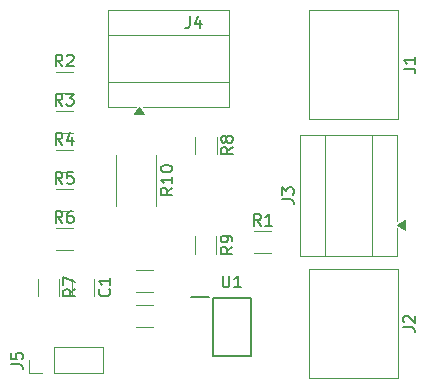
<source format=gbr>
%TF.GenerationSoftware,KiCad,Pcbnew,9.0.7*%
%TF.CreationDate,2026-02-04T19:30:04+05:00*%
%TF.ProjectId,HLT8012-Interface-board,484c5438-3031-4322-9d49-6e7465726661,rev?*%
%TF.SameCoordinates,Original*%
%TF.FileFunction,Legend,Top*%
%TF.FilePolarity,Positive*%
%FSLAX46Y46*%
G04 Gerber Fmt 4.6, Leading zero omitted, Abs format (unit mm)*
G04 Created by KiCad (PCBNEW 9.0.7) date 2026-02-04 19:30:04*
%MOMM*%
%LPD*%
G01*
G04 APERTURE LIST*
%ADD10C,0.150000*%
%ADD11C,0.120000*%
%ADD12C,0.200000*%
G04 APERTURE END LIST*
D10*
X114140833Y-123429819D02*
X113807500Y-122953628D01*
X113569405Y-123429819D02*
X113569405Y-122429819D01*
X113569405Y-122429819D02*
X113950357Y-122429819D01*
X113950357Y-122429819D02*
X114045595Y-122477438D01*
X114045595Y-122477438D02*
X114093214Y-122525057D01*
X114093214Y-122525057D02*
X114140833Y-122620295D01*
X114140833Y-122620295D02*
X114140833Y-122763152D01*
X114140833Y-122763152D02*
X114093214Y-122858390D01*
X114093214Y-122858390D02*
X114045595Y-122906009D01*
X114045595Y-122906009D02*
X113950357Y-122953628D01*
X113950357Y-122953628D02*
X113569405Y-122953628D01*
X114997976Y-122429819D02*
X114807500Y-122429819D01*
X114807500Y-122429819D02*
X114712262Y-122477438D01*
X114712262Y-122477438D02*
X114664643Y-122525057D01*
X114664643Y-122525057D02*
X114569405Y-122667914D01*
X114569405Y-122667914D02*
X114521786Y-122858390D01*
X114521786Y-122858390D02*
X114521786Y-123239342D01*
X114521786Y-123239342D02*
X114569405Y-123334580D01*
X114569405Y-123334580D02*
X114617024Y-123382200D01*
X114617024Y-123382200D02*
X114712262Y-123429819D01*
X114712262Y-123429819D02*
X114902738Y-123429819D01*
X114902738Y-123429819D02*
X114997976Y-123382200D01*
X114997976Y-123382200D02*
X115045595Y-123334580D01*
X115045595Y-123334580D02*
X115093214Y-123239342D01*
X115093214Y-123239342D02*
X115093214Y-123001247D01*
X115093214Y-123001247D02*
X115045595Y-122906009D01*
X115045595Y-122906009D02*
X114997976Y-122858390D01*
X114997976Y-122858390D02*
X114902738Y-122810771D01*
X114902738Y-122810771D02*
X114712262Y-122810771D01*
X114712262Y-122810771D02*
X114617024Y-122858390D01*
X114617024Y-122858390D02*
X114569405Y-122906009D01*
X114569405Y-122906009D02*
X114521786Y-123001247D01*
X127713095Y-127894819D02*
X127713095Y-128704342D01*
X127713095Y-128704342D02*
X127760714Y-128799580D01*
X127760714Y-128799580D02*
X127808333Y-128847200D01*
X127808333Y-128847200D02*
X127903571Y-128894819D01*
X127903571Y-128894819D02*
X128094047Y-128894819D01*
X128094047Y-128894819D02*
X128189285Y-128847200D01*
X128189285Y-128847200D02*
X128236904Y-128799580D01*
X128236904Y-128799580D02*
X128284523Y-128704342D01*
X128284523Y-128704342D02*
X128284523Y-127894819D01*
X129284523Y-128894819D02*
X128713095Y-128894819D01*
X128998809Y-128894819D02*
X128998809Y-127894819D01*
X128998809Y-127894819D02*
X128903571Y-128037676D01*
X128903571Y-128037676D02*
X128808333Y-128132914D01*
X128808333Y-128132914D02*
X128713095Y-128180533D01*
X124916666Y-105954819D02*
X124916666Y-106669104D01*
X124916666Y-106669104D02*
X124869047Y-106811961D01*
X124869047Y-106811961D02*
X124773809Y-106907200D01*
X124773809Y-106907200D02*
X124630952Y-106954819D01*
X124630952Y-106954819D02*
X124535714Y-106954819D01*
X125821428Y-106288152D02*
X125821428Y-106954819D01*
X125583333Y-105907200D02*
X125345238Y-106621485D01*
X125345238Y-106621485D02*
X125964285Y-106621485D01*
X132727319Y-121433333D02*
X133441604Y-121433333D01*
X133441604Y-121433333D02*
X133584461Y-121480952D01*
X133584461Y-121480952D02*
X133679700Y-121576190D01*
X133679700Y-121576190D02*
X133727319Y-121719047D01*
X133727319Y-121719047D02*
X133727319Y-121814285D01*
X132727319Y-121052380D02*
X132727319Y-120433333D01*
X132727319Y-120433333D02*
X133108271Y-120766666D01*
X133108271Y-120766666D02*
X133108271Y-120623809D01*
X133108271Y-120623809D02*
X133155890Y-120528571D01*
X133155890Y-120528571D02*
X133203509Y-120480952D01*
X133203509Y-120480952D02*
X133298747Y-120433333D01*
X133298747Y-120433333D02*
X133536842Y-120433333D01*
X133536842Y-120433333D02*
X133632080Y-120480952D01*
X133632080Y-120480952D02*
X133679700Y-120528571D01*
X133679700Y-120528571D02*
X133727319Y-120623809D01*
X133727319Y-120623809D02*
X133727319Y-120909523D01*
X133727319Y-120909523D02*
X133679700Y-121004761D01*
X133679700Y-121004761D02*
X133632080Y-121052380D01*
X115234819Y-129041666D02*
X114758628Y-129374999D01*
X115234819Y-129613094D02*
X114234819Y-129613094D01*
X114234819Y-129613094D02*
X114234819Y-129232142D01*
X114234819Y-129232142D02*
X114282438Y-129136904D01*
X114282438Y-129136904D02*
X114330057Y-129089285D01*
X114330057Y-129089285D02*
X114425295Y-129041666D01*
X114425295Y-129041666D02*
X114568152Y-129041666D01*
X114568152Y-129041666D02*
X114663390Y-129089285D01*
X114663390Y-129089285D02*
X114711009Y-129136904D01*
X114711009Y-129136904D02*
X114758628Y-129232142D01*
X114758628Y-129232142D02*
X114758628Y-129613094D01*
X114234819Y-128708332D02*
X114234819Y-128041666D01*
X114234819Y-128041666D02*
X115234819Y-128470237D01*
X114140833Y-116809819D02*
X113807500Y-116333628D01*
X113569405Y-116809819D02*
X113569405Y-115809819D01*
X113569405Y-115809819D02*
X113950357Y-115809819D01*
X113950357Y-115809819D02*
X114045595Y-115857438D01*
X114045595Y-115857438D02*
X114093214Y-115905057D01*
X114093214Y-115905057D02*
X114140833Y-116000295D01*
X114140833Y-116000295D02*
X114140833Y-116143152D01*
X114140833Y-116143152D02*
X114093214Y-116238390D01*
X114093214Y-116238390D02*
X114045595Y-116286009D01*
X114045595Y-116286009D02*
X113950357Y-116333628D01*
X113950357Y-116333628D02*
X113569405Y-116333628D01*
X114997976Y-116143152D02*
X114997976Y-116809819D01*
X114759881Y-115762200D02*
X114521786Y-116476485D01*
X114521786Y-116476485D02*
X115140833Y-116476485D01*
X118109580Y-129041666D02*
X118157200Y-129089285D01*
X118157200Y-129089285D02*
X118204819Y-129232142D01*
X118204819Y-129232142D02*
X118204819Y-129327380D01*
X118204819Y-129327380D02*
X118157200Y-129470237D01*
X118157200Y-129470237D02*
X118061961Y-129565475D01*
X118061961Y-129565475D02*
X117966723Y-129613094D01*
X117966723Y-129613094D02*
X117776247Y-129660713D01*
X117776247Y-129660713D02*
X117633390Y-129660713D01*
X117633390Y-129660713D02*
X117442914Y-129613094D01*
X117442914Y-129613094D02*
X117347676Y-129565475D01*
X117347676Y-129565475D02*
X117252438Y-129470237D01*
X117252438Y-129470237D02*
X117204819Y-129327380D01*
X117204819Y-129327380D02*
X117204819Y-129232142D01*
X117204819Y-129232142D02*
X117252438Y-129089285D01*
X117252438Y-129089285D02*
X117300057Y-129041666D01*
X118204819Y-128089285D02*
X118204819Y-128660713D01*
X118204819Y-128374999D02*
X117204819Y-128374999D01*
X117204819Y-128374999D02*
X117347676Y-128470237D01*
X117347676Y-128470237D02*
X117442914Y-128565475D01*
X117442914Y-128565475D02*
X117490533Y-128660713D01*
X143024819Y-110383333D02*
X143739104Y-110383333D01*
X143739104Y-110383333D02*
X143881961Y-110430952D01*
X143881961Y-110430952D02*
X143977200Y-110526190D01*
X143977200Y-110526190D02*
X144024819Y-110669047D01*
X144024819Y-110669047D02*
X144024819Y-110764285D01*
X144024819Y-109383333D02*
X144024819Y-109954761D01*
X144024819Y-109669047D02*
X143024819Y-109669047D01*
X143024819Y-109669047D02*
X143167676Y-109764285D01*
X143167676Y-109764285D02*
X143262914Y-109859523D01*
X143262914Y-109859523D02*
X143310533Y-109954761D01*
X128584819Y-117016666D02*
X128108628Y-117349999D01*
X128584819Y-117588094D02*
X127584819Y-117588094D01*
X127584819Y-117588094D02*
X127584819Y-117207142D01*
X127584819Y-117207142D02*
X127632438Y-117111904D01*
X127632438Y-117111904D02*
X127680057Y-117064285D01*
X127680057Y-117064285D02*
X127775295Y-117016666D01*
X127775295Y-117016666D02*
X127918152Y-117016666D01*
X127918152Y-117016666D02*
X128013390Y-117064285D01*
X128013390Y-117064285D02*
X128061009Y-117111904D01*
X128061009Y-117111904D02*
X128108628Y-117207142D01*
X128108628Y-117207142D02*
X128108628Y-117588094D01*
X128013390Y-116445237D02*
X127965771Y-116540475D01*
X127965771Y-116540475D02*
X127918152Y-116588094D01*
X127918152Y-116588094D02*
X127822914Y-116635713D01*
X127822914Y-116635713D02*
X127775295Y-116635713D01*
X127775295Y-116635713D02*
X127680057Y-116588094D01*
X127680057Y-116588094D02*
X127632438Y-116540475D01*
X127632438Y-116540475D02*
X127584819Y-116445237D01*
X127584819Y-116445237D02*
X127584819Y-116254761D01*
X127584819Y-116254761D02*
X127632438Y-116159523D01*
X127632438Y-116159523D02*
X127680057Y-116111904D01*
X127680057Y-116111904D02*
X127775295Y-116064285D01*
X127775295Y-116064285D02*
X127822914Y-116064285D01*
X127822914Y-116064285D02*
X127918152Y-116111904D01*
X127918152Y-116111904D02*
X127965771Y-116159523D01*
X127965771Y-116159523D02*
X128013390Y-116254761D01*
X128013390Y-116254761D02*
X128013390Y-116445237D01*
X128013390Y-116445237D02*
X128061009Y-116540475D01*
X128061009Y-116540475D02*
X128108628Y-116588094D01*
X128108628Y-116588094D02*
X128203866Y-116635713D01*
X128203866Y-116635713D02*
X128394342Y-116635713D01*
X128394342Y-116635713D02*
X128489580Y-116588094D01*
X128489580Y-116588094D02*
X128537200Y-116540475D01*
X128537200Y-116540475D02*
X128584819Y-116445237D01*
X128584819Y-116445237D02*
X128584819Y-116254761D01*
X128584819Y-116254761D02*
X128537200Y-116159523D01*
X128537200Y-116159523D02*
X128489580Y-116111904D01*
X128489580Y-116111904D02*
X128394342Y-116064285D01*
X128394342Y-116064285D02*
X128203866Y-116064285D01*
X128203866Y-116064285D02*
X128108628Y-116111904D01*
X128108628Y-116111904D02*
X128061009Y-116159523D01*
X128061009Y-116159523D02*
X128013390Y-116254761D01*
X114140833Y-113499819D02*
X113807500Y-113023628D01*
X113569405Y-113499819D02*
X113569405Y-112499819D01*
X113569405Y-112499819D02*
X113950357Y-112499819D01*
X113950357Y-112499819D02*
X114045595Y-112547438D01*
X114045595Y-112547438D02*
X114093214Y-112595057D01*
X114093214Y-112595057D02*
X114140833Y-112690295D01*
X114140833Y-112690295D02*
X114140833Y-112833152D01*
X114140833Y-112833152D02*
X114093214Y-112928390D01*
X114093214Y-112928390D02*
X114045595Y-112976009D01*
X114045595Y-112976009D02*
X113950357Y-113023628D01*
X113950357Y-113023628D02*
X113569405Y-113023628D01*
X114474167Y-112499819D02*
X115093214Y-112499819D01*
X115093214Y-112499819D02*
X114759881Y-112880771D01*
X114759881Y-112880771D02*
X114902738Y-112880771D01*
X114902738Y-112880771D02*
X114997976Y-112928390D01*
X114997976Y-112928390D02*
X115045595Y-112976009D01*
X115045595Y-112976009D02*
X115093214Y-113071247D01*
X115093214Y-113071247D02*
X115093214Y-113309342D01*
X115093214Y-113309342D02*
X115045595Y-113404580D01*
X115045595Y-113404580D02*
X114997976Y-113452200D01*
X114997976Y-113452200D02*
X114902738Y-113499819D01*
X114902738Y-113499819D02*
X114617024Y-113499819D01*
X114617024Y-113499819D02*
X114521786Y-113452200D01*
X114521786Y-113452200D02*
X114474167Y-113404580D01*
X114140833Y-120119819D02*
X113807500Y-119643628D01*
X113569405Y-120119819D02*
X113569405Y-119119819D01*
X113569405Y-119119819D02*
X113950357Y-119119819D01*
X113950357Y-119119819D02*
X114045595Y-119167438D01*
X114045595Y-119167438D02*
X114093214Y-119215057D01*
X114093214Y-119215057D02*
X114140833Y-119310295D01*
X114140833Y-119310295D02*
X114140833Y-119453152D01*
X114140833Y-119453152D02*
X114093214Y-119548390D01*
X114093214Y-119548390D02*
X114045595Y-119596009D01*
X114045595Y-119596009D02*
X113950357Y-119643628D01*
X113950357Y-119643628D02*
X113569405Y-119643628D01*
X115045595Y-119119819D02*
X114569405Y-119119819D01*
X114569405Y-119119819D02*
X114521786Y-119596009D01*
X114521786Y-119596009D02*
X114569405Y-119548390D01*
X114569405Y-119548390D02*
X114664643Y-119500771D01*
X114664643Y-119500771D02*
X114902738Y-119500771D01*
X114902738Y-119500771D02*
X114997976Y-119548390D01*
X114997976Y-119548390D02*
X115045595Y-119596009D01*
X115045595Y-119596009D02*
X115093214Y-119691247D01*
X115093214Y-119691247D02*
X115093214Y-119929342D01*
X115093214Y-119929342D02*
X115045595Y-120024580D01*
X115045595Y-120024580D02*
X114997976Y-120072200D01*
X114997976Y-120072200D02*
X114902738Y-120119819D01*
X114902738Y-120119819D02*
X114664643Y-120119819D01*
X114664643Y-120119819D02*
X114569405Y-120072200D01*
X114569405Y-120072200D02*
X114521786Y-120024580D01*
X142999819Y-132283333D02*
X143714104Y-132283333D01*
X143714104Y-132283333D02*
X143856961Y-132330952D01*
X143856961Y-132330952D02*
X143952200Y-132426190D01*
X143952200Y-132426190D02*
X143999819Y-132569047D01*
X143999819Y-132569047D02*
X143999819Y-132664285D01*
X143095057Y-131854761D02*
X143047438Y-131807142D01*
X143047438Y-131807142D02*
X142999819Y-131711904D01*
X142999819Y-131711904D02*
X142999819Y-131473809D01*
X142999819Y-131473809D02*
X143047438Y-131378571D01*
X143047438Y-131378571D02*
X143095057Y-131330952D01*
X143095057Y-131330952D02*
X143190295Y-131283333D01*
X143190295Y-131283333D02*
X143285533Y-131283333D01*
X143285533Y-131283333D02*
X143428390Y-131330952D01*
X143428390Y-131330952D02*
X143999819Y-131902380D01*
X143999819Y-131902380D02*
X143999819Y-131283333D01*
X114140833Y-110189819D02*
X113807500Y-109713628D01*
X113569405Y-110189819D02*
X113569405Y-109189819D01*
X113569405Y-109189819D02*
X113950357Y-109189819D01*
X113950357Y-109189819D02*
X114045595Y-109237438D01*
X114045595Y-109237438D02*
X114093214Y-109285057D01*
X114093214Y-109285057D02*
X114140833Y-109380295D01*
X114140833Y-109380295D02*
X114140833Y-109523152D01*
X114140833Y-109523152D02*
X114093214Y-109618390D01*
X114093214Y-109618390D02*
X114045595Y-109666009D01*
X114045595Y-109666009D02*
X113950357Y-109713628D01*
X113950357Y-109713628D02*
X113569405Y-109713628D01*
X114521786Y-109285057D02*
X114569405Y-109237438D01*
X114569405Y-109237438D02*
X114664643Y-109189819D01*
X114664643Y-109189819D02*
X114902738Y-109189819D01*
X114902738Y-109189819D02*
X114997976Y-109237438D01*
X114997976Y-109237438D02*
X115045595Y-109285057D01*
X115045595Y-109285057D02*
X115093214Y-109380295D01*
X115093214Y-109380295D02*
X115093214Y-109475533D01*
X115093214Y-109475533D02*
X115045595Y-109618390D01*
X115045595Y-109618390D02*
X114474167Y-110189819D01*
X114474167Y-110189819D02*
X115093214Y-110189819D01*
X130933333Y-123674819D02*
X130600000Y-123198628D01*
X130361905Y-123674819D02*
X130361905Y-122674819D01*
X130361905Y-122674819D02*
X130742857Y-122674819D01*
X130742857Y-122674819D02*
X130838095Y-122722438D01*
X130838095Y-122722438D02*
X130885714Y-122770057D01*
X130885714Y-122770057D02*
X130933333Y-122865295D01*
X130933333Y-122865295D02*
X130933333Y-123008152D01*
X130933333Y-123008152D02*
X130885714Y-123103390D01*
X130885714Y-123103390D02*
X130838095Y-123151009D01*
X130838095Y-123151009D02*
X130742857Y-123198628D01*
X130742857Y-123198628D02*
X130361905Y-123198628D01*
X131885714Y-123674819D02*
X131314286Y-123674819D01*
X131600000Y-123674819D02*
X131600000Y-122674819D01*
X131600000Y-122674819D02*
X131504762Y-122817676D01*
X131504762Y-122817676D02*
X131409524Y-122912914D01*
X131409524Y-122912914D02*
X131314286Y-122960533D01*
X123459819Y-120467857D02*
X122983628Y-120801190D01*
X123459819Y-121039285D02*
X122459819Y-121039285D01*
X122459819Y-121039285D02*
X122459819Y-120658333D01*
X122459819Y-120658333D02*
X122507438Y-120563095D01*
X122507438Y-120563095D02*
X122555057Y-120515476D01*
X122555057Y-120515476D02*
X122650295Y-120467857D01*
X122650295Y-120467857D02*
X122793152Y-120467857D01*
X122793152Y-120467857D02*
X122888390Y-120515476D01*
X122888390Y-120515476D02*
X122936009Y-120563095D01*
X122936009Y-120563095D02*
X122983628Y-120658333D01*
X122983628Y-120658333D02*
X122983628Y-121039285D01*
X123459819Y-119515476D02*
X123459819Y-120086904D01*
X123459819Y-119801190D02*
X122459819Y-119801190D01*
X122459819Y-119801190D02*
X122602676Y-119896428D01*
X122602676Y-119896428D02*
X122697914Y-119991666D01*
X122697914Y-119991666D02*
X122745533Y-120086904D01*
X122459819Y-118896428D02*
X122459819Y-118801190D01*
X122459819Y-118801190D02*
X122507438Y-118705952D01*
X122507438Y-118705952D02*
X122555057Y-118658333D01*
X122555057Y-118658333D02*
X122650295Y-118610714D01*
X122650295Y-118610714D02*
X122840771Y-118563095D01*
X122840771Y-118563095D02*
X123078866Y-118563095D01*
X123078866Y-118563095D02*
X123269342Y-118610714D01*
X123269342Y-118610714D02*
X123364580Y-118658333D01*
X123364580Y-118658333D02*
X123412200Y-118705952D01*
X123412200Y-118705952D02*
X123459819Y-118801190D01*
X123459819Y-118801190D02*
X123459819Y-118896428D01*
X123459819Y-118896428D02*
X123412200Y-118991666D01*
X123412200Y-118991666D02*
X123364580Y-119039285D01*
X123364580Y-119039285D02*
X123269342Y-119086904D01*
X123269342Y-119086904D02*
X123078866Y-119134523D01*
X123078866Y-119134523D02*
X122840771Y-119134523D01*
X122840771Y-119134523D02*
X122650295Y-119086904D01*
X122650295Y-119086904D02*
X122555057Y-119039285D01*
X122555057Y-119039285D02*
X122507438Y-118991666D01*
X122507438Y-118991666D02*
X122459819Y-118896428D01*
X128534819Y-125466666D02*
X128058628Y-125799999D01*
X128534819Y-126038094D02*
X127534819Y-126038094D01*
X127534819Y-126038094D02*
X127534819Y-125657142D01*
X127534819Y-125657142D02*
X127582438Y-125561904D01*
X127582438Y-125561904D02*
X127630057Y-125514285D01*
X127630057Y-125514285D02*
X127725295Y-125466666D01*
X127725295Y-125466666D02*
X127868152Y-125466666D01*
X127868152Y-125466666D02*
X127963390Y-125514285D01*
X127963390Y-125514285D02*
X128011009Y-125561904D01*
X128011009Y-125561904D02*
X128058628Y-125657142D01*
X128058628Y-125657142D02*
X128058628Y-126038094D01*
X128534819Y-124990475D02*
X128534819Y-124799999D01*
X128534819Y-124799999D02*
X128487200Y-124704761D01*
X128487200Y-124704761D02*
X128439580Y-124657142D01*
X128439580Y-124657142D02*
X128296723Y-124561904D01*
X128296723Y-124561904D02*
X128106247Y-124514285D01*
X128106247Y-124514285D02*
X127725295Y-124514285D01*
X127725295Y-124514285D02*
X127630057Y-124561904D01*
X127630057Y-124561904D02*
X127582438Y-124609523D01*
X127582438Y-124609523D02*
X127534819Y-124704761D01*
X127534819Y-124704761D02*
X127534819Y-124895237D01*
X127534819Y-124895237D02*
X127582438Y-124990475D01*
X127582438Y-124990475D02*
X127630057Y-125038094D01*
X127630057Y-125038094D02*
X127725295Y-125085713D01*
X127725295Y-125085713D02*
X127963390Y-125085713D01*
X127963390Y-125085713D02*
X128058628Y-125038094D01*
X128058628Y-125038094D02*
X128106247Y-124990475D01*
X128106247Y-124990475D02*
X128153866Y-124895237D01*
X128153866Y-124895237D02*
X128153866Y-124704761D01*
X128153866Y-124704761D02*
X128106247Y-124609523D01*
X128106247Y-124609523D02*
X128058628Y-124561904D01*
X128058628Y-124561904D02*
X127963390Y-124514285D01*
X109794819Y-135408333D02*
X110509104Y-135408333D01*
X110509104Y-135408333D02*
X110651961Y-135455952D01*
X110651961Y-135455952D02*
X110747200Y-135551190D01*
X110747200Y-135551190D02*
X110794819Y-135694047D01*
X110794819Y-135694047D02*
X110794819Y-135789285D01*
X109794819Y-134455952D02*
X109794819Y-134932142D01*
X109794819Y-134932142D02*
X110271009Y-134979761D01*
X110271009Y-134979761D02*
X110223390Y-134932142D01*
X110223390Y-134932142D02*
X110175771Y-134836904D01*
X110175771Y-134836904D02*
X110175771Y-134598809D01*
X110175771Y-134598809D02*
X110223390Y-134503571D01*
X110223390Y-134503571D02*
X110271009Y-134455952D01*
X110271009Y-134455952D02*
X110366247Y-134408333D01*
X110366247Y-134408333D02*
X110604342Y-134408333D01*
X110604342Y-134408333D02*
X110699580Y-134455952D01*
X110699580Y-134455952D02*
X110747200Y-134503571D01*
X110747200Y-134503571D02*
X110794819Y-134598809D01*
X110794819Y-134598809D02*
X110794819Y-134836904D01*
X110794819Y-134836904D02*
X110747200Y-134932142D01*
X110747200Y-134932142D02*
X110699580Y-134979761D01*
D11*
%TO.C,R6*%
X113580436Y-123895000D02*
X115034564Y-123895000D01*
X113580436Y-125715000D02*
X115034564Y-125715000D01*
D12*
%TO.C,U1*%
X125000000Y-129670000D02*
X126525000Y-129670000D01*
X126875000Y-129800000D02*
X130075000Y-129800000D01*
X126875000Y-134700000D02*
X126875000Y-129800000D01*
X130075000Y-129800000D02*
X130075000Y-134700000D01*
X130075000Y-134700000D02*
X126875000Y-134700000D01*
D11*
%TO.C,J4*%
X118030000Y-105405000D02*
X128270000Y-105405000D01*
X118030000Y-107525000D02*
X128270000Y-107525000D01*
X118030000Y-111525000D02*
X128270000Y-111525000D01*
X118030000Y-113645000D02*
X118030000Y-105405000D01*
X120350000Y-113645000D02*
X118030000Y-113645000D01*
X128270000Y-105405000D02*
X128270000Y-113645000D01*
X128270000Y-113645000D02*
X120950000Y-113645000D01*
X121090000Y-114255000D02*
X120210000Y-114255000D01*
X120650000Y-113645000D01*
X121090000Y-114255000D01*
G36*
X121090000Y-114255000D02*
G01*
X120210000Y-114255000D01*
X120650000Y-113645000D01*
X121090000Y-114255000D01*
G37*
%TO.C,C3*%
X121811252Y-130390000D02*
X120388748Y-130390000D01*
X121811252Y-132210000D02*
X120388748Y-132210000D01*
%TO.C,J3*%
X134272500Y-115980000D02*
X142512500Y-115980000D01*
X134272500Y-126220000D02*
X134272500Y-115980000D01*
X136392500Y-126220000D02*
X136392500Y-115980000D01*
X140392500Y-126220000D02*
X140392500Y-115980000D01*
X142512500Y-115980000D02*
X142512500Y-123300000D01*
X142512500Y-123900000D02*
X142512500Y-126220000D01*
X142512500Y-126220000D02*
X134272500Y-126220000D01*
X143122500Y-124040000D02*
X142512500Y-123600000D01*
X143122500Y-123160000D01*
X143122500Y-124040000D01*
G36*
X143122500Y-124040000D02*
G01*
X142512500Y-123600000D01*
X143122500Y-123160000D01*
X143122500Y-124040000D01*
G37*
%TO.C,R7*%
X112040000Y-128147936D02*
X112040000Y-129602064D01*
X113860000Y-128147936D02*
X113860000Y-129602064D01*
%TO.C,C2*%
X120363748Y-127440000D02*
X121786252Y-127440000D01*
X120363748Y-129260000D02*
X121786252Y-129260000D01*
%TO.C,R4*%
X113580436Y-117275000D02*
X115034564Y-117275000D01*
X113580436Y-119095000D02*
X115034564Y-119095000D01*
%TO.C,C1*%
X114990000Y-128163748D02*
X114990000Y-129586252D01*
X116810000Y-128163748D02*
X116810000Y-129586252D01*
%TO.C,J1*%
X135030000Y-105430000D02*
X142570000Y-105430000D01*
X135030000Y-114670000D02*
X135030000Y-105430000D01*
X142570000Y-105430000D02*
X142570000Y-114670000D01*
X142570000Y-114670000D02*
X135030000Y-114670000D01*
%TO.C,R8*%
X125390000Y-116122936D02*
X125390000Y-117577064D01*
X127210000Y-116122936D02*
X127210000Y-117577064D01*
%TO.C,R3*%
X113580436Y-113965000D02*
X115034564Y-113965000D01*
X113580436Y-115785000D02*
X115034564Y-115785000D01*
%TO.C,R5*%
X113580436Y-120585000D02*
X115034564Y-120585000D01*
X113580436Y-122405000D02*
X115034564Y-122405000D01*
%TO.C,J2*%
X135005000Y-127330000D02*
X142545000Y-127330000D01*
X135005000Y-136570000D02*
X135005000Y-127330000D01*
X142545000Y-127330000D02*
X142545000Y-136570000D01*
X142545000Y-136570000D02*
X135005000Y-136570000D01*
%TO.C,R2*%
X113580436Y-110655000D02*
X115034564Y-110655000D01*
X113580436Y-112475000D02*
X115034564Y-112475000D01*
%TO.C,R1*%
X130372936Y-124140000D02*
X131827064Y-124140000D01*
X130372936Y-125960000D02*
X131827064Y-125960000D01*
%TO.C,R10*%
X118665000Y-117647936D02*
X118665000Y-122002064D01*
X122085000Y-117647936D02*
X122085000Y-122002064D01*
%TO.C,R9*%
X125340000Y-124572936D02*
X125340000Y-126027064D01*
X127160000Y-124572936D02*
X127160000Y-126027064D01*
%TO.C,J5*%
X111340000Y-136185000D02*
X111340000Y-135075000D01*
X112450000Y-136185000D02*
X111340000Y-136185000D01*
X113450000Y-133965000D02*
X117560000Y-133965000D01*
X113450000Y-136185000D02*
X113450000Y-133965000D01*
X113450000Y-136185000D02*
X117560000Y-136185000D01*
X117560000Y-136185000D02*
X117560000Y-133965000D01*
%TD*%
M02*

</source>
